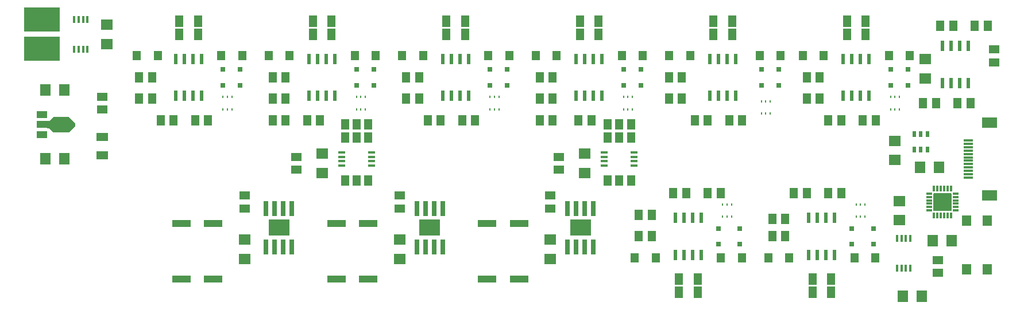
<source format=gbr>
G04 EAGLE Gerber RS-274X export*
G75*
%MOMM*%
%FSLAX34Y34*%
%LPD*%
%INSolderpaste Top*%
%IPPOS*%
%AMOC8*
5,1,8,0,0,1.08239X$1,22.5*%
G01*
%ADD10R,2.800000X1.000000*%
%ADD11R,1.600000X1.800000*%
%ADD12R,1.800000X1.600000*%
%ADD13R,1.400000X0.300000*%
%ADD14R,2.200000X1.600000*%
%ADD15R,1.200000X1.400000*%
%ADD16R,1.250000X1.750000*%
%ADD17R,1.750000X1.250000*%
%ADD18R,0.800000X0.800000*%
%ADD19R,1.300000X1.500000*%
%ADD20R,1.300000X1.600000*%
%ADD21R,1.600000X1.300000*%
%ADD22R,1.400000X1.600000*%
%ADD23R,0.600000X1.520000*%
%ADD24R,0.250000X0.450000*%
%ADD25R,1.500000X1.000000*%
%ADD26R,0.750000X2.200000*%
%ADD27R,3.100000X2.400000*%
%ADD28R,1.000000X0.400000*%
%ADD29R,0.400000X1.000000*%
%ADD30R,0.600000X0.900000*%
%ADD31C,0.130000*%
%ADD32R,0.850000X0.300000*%
%ADD33R,0.300000X0.850000*%
%ADD34R,5.250000X3.650000*%

G36*
X216842Y280473D02*
X216842Y280473D01*
X216884Y280471D01*
X216951Y280493D01*
X217021Y280505D01*
X217057Y280527D01*
X217098Y280540D01*
X217171Y280594D01*
X217214Y280620D01*
X217227Y280636D01*
X217248Y280652D01*
X226248Y289652D01*
X226273Y289686D01*
X226304Y289715D01*
X226336Y289778D01*
X226377Y289836D01*
X226387Y289877D01*
X226407Y289915D01*
X226420Y290004D01*
X226433Y290053D01*
X226430Y290074D01*
X226434Y290100D01*
X226434Y294100D01*
X226427Y294142D01*
X226429Y294184D01*
X226407Y294251D01*
X226395Y294321D01*
X226373Y294357D01*
X226360Y294398D01*
X226306Y294471D01*
X226280Y294514D01*
X226264Y294527D01*
X226248Y294548D01*
X217248Y303548D01*
X217214Y303573D01*
X217185Y303604D01*
X217122Y303636D01*
X217064Y303677D01*
X217023Y303687D01*
X216985Y303707D01*
X216896Y303720D01*
X216847Y303733D01*
X216826Y303730D01*
X216800Y303734D01*
X194800Y303734D01*
X194758Y303727D01*
X194716Y303729D01*
X194649Y303707D01*
X194579Y303695D01*
X194543Y303673D01*
X194502Y303660D01*
X194429Y303606D01*
X194386Y303580D01*
X194373Y303564D01*
X194352Y303548D01*
X188537Y297734D01*
X185800Y297734D01*
X185735Y297723D01*
X185669Y297721D01*
X185626Y297703D01*
X185579Y297695D01*
X185522Y297661D01*
X185462Y297636D01*
X185427Y297605D01*
X185386Y297580D01*
X185345Y297529D01*
X185296Y297485D01*
X185274Y297443D01*
X185245Y297406D01*
X185224Y297344D01*
X185193Y297285D01*
X185185Y297231D01*
X185173Y297194D01*
X185174Y297154D01*
X185166Y297100D01*
X185166Y287100D01*
X185177Y287035D01*
X185179Y286969D01*
X185197Y286926D01*
X185205Y286879D01*
X185239Y286822D01*
X185264Y286762D01*
X185295Y286727D01*
X185320Y286686D01*
X185371Y286645D01*
X185415Y286596D01*
X185457Y286574D01*
X185494Y286545D01*
X185556Y286524D01*
X185615Y286493D01*
X185669Y286485D01*
X185706Y286473D01*
X185746Y286474D01*
X185800Y286466D01*
X188537Y286466D01*
X194352Y280652D01*
X194386Y280627D01*
X194415Y280596D01*
X194478Y280564D01*
X194536Y280523D01*
X194577Y280513D01*
X194615Y280493D01*
X194704Y280480D01*
X194753Y280468D01*
X194774Y280470D01*
X194800Y280466D01*
X216800Y280466D01*
X216842Y280473D01*
G37*
D10*
X833750Y63500D03*
X880750Y63500D03*
D11*
X210850Y342900D03*
X182850Y342900D03*
D10*
X611500Y146050D03*
X658500Y146050D03*
X382900Y146050D03*
X429900Y146050D03*
D12*
X704850Y93950D03*
X704850Y121950D03*
X476250Y93950D03*
X476250Y121950D03*
X1435100Y268000D03*
X1435100Y240000D03*
D11*
X1471900Y228600D03*
X1499900Y228600D03*
X1446500Y38100D03*
X1474500Y38100D03*
D12*
X1441450Y151100D03*
X1441450Y179100D03*
X977900Y220950D03*
X977900Y248950D03*
X927100Y93950D03*
X927100Y121950D03*
X590550Y220950D03*
X590550Y248950D03*
X273050Y439450D03*
X273050Y411450D03*
D11*
X1490950Y120650D03*
X1518950Y120650D03*
D10*
X611500Y63500D03*
X658500Y63500D03*
X382900Y63500D03*
X429900Y63500D03*
X833750Y146050D03*
X880750Y146050D03*
D12*
X1479550Y388650D03*
X1479550Y360650D03*
D11*
X182850Y241300D03*
X210850Y241300D03*
D13*
X1543050Y213800D03*
X1543050Y218800D03*
X1543050Y223800D03*
X1543050Y228800D03*
X1543050Y233800D03*
X1543050Y238800D03*
X1543050Y243800D03*
X1543050Y248800D03*
X1543050Y253800D03*
X1543050Y258800D03*
X1543050Y263800D03*
X1543050Y268800D03*
D14*
X1574550Y187300D03*
X1574550Y295300D03*
D15*
X1178300Y95250D03*
X1209300Y95250D03*
X866400Y393700D03*
X835400Y393700D03*
X1329950Y393700D03*
X1298950Y393700D03*
X1456950Y393700D03*
X1425950Y393700D03*
X936250Y393700D03*
X905250Y393700D03*
X1063250Y393700D03*
X1032250Y393700D03*
X1133100Y393700D03*
X1102100Y393700D03*
X1266450Y393700D03*
X1235450Y393700D03*
D16*
X1313400Y63500D03*
X1340900Y63500D03*
X1313400Y44450D03*
X1340900Y44450D03*
X1116550Y63500D03*
X1144050Y63500D03*
D15*
X1051300Y95250D03*
X1082300Y95250D03*
D16*
X1116550Y44450D03*
X1144050Y44450D03*
X407450Y425450D03*
X379950Y425450D03*
X407450Y444500D03*
X379950Y444500D03*
X604300Y425450D03*
X576800Y425450D03*
X604300Y444500D03*
X576800Y444500D03*
X998000Y425450D03*
X970500Y425450D03*
X998000Y444500D03*
X970500Y444500D03*
X801150Y425450D03*
X773650Y425450D03*
X801150Y444500D03*
X773650Y444500D03*
X1194850Y444500D03*
X1167350Y444500D03*
D15*
X542550Y393700D03*
X511550Y393700D03*
D16*
X1194850Y425450D03*
X1167350Y425450D03*
X1391700Y444500D03*
X1364200Y444500D03*
X1391700Y425450D03*
X1364200Y425450D03*
D17*
X266700Y274100D03*
X266700Y246600D03*
D18*
X1206500Y115500D03*
X1206500Y138500D03*
X1174750Y115500D03*
X1174750Y138500D03*
X1403350Y115500D03*
X1403350Y138500D03*
X1371600Y115500D03*
X1371600Y138500D03*
X444500Y373450D03*
X444500Y350450D03*
X469900Y373450D03*
X469900Y350450D03*
D15*
X669550Y393700D03*
X638550Y393700D03*
D18*
X641350Y373450D03*
X641350Y350450D03*
X666750Y373450D03*
X666750Y350450D03*
X838200Y373450D03*
X838200Y350450D03*
X863600Y373450D03*
X863600Y350450D03*
X1035050Y373450D03*
X1035050Y350450D03*
X1060450Y373450D03*
X1060450Y350450D03*
X1238250Y373450D03*
X1238250Y350450D03*
X1263650Y373450D03*
X1263650Y350450D03*
X1428750Y373450D03*
X1428750Y350450D03*
X1454150Y373450D03*
X1454150Y350450D03*
D15*
X1248150Y95250D03*
X1279150Y95250D03*
X1375150Y95250D03*
X1406150Y95250D03*
X348240Y393700D03*
X317240Y393700D03*
X472700Y393700D03*
X441700Y393700D03*
X739400Y393700D03*
X708400Y393700D03*
D19*
X1045700Y209550D03*
X1028700Y209550D03*
X1011700Y209550D03*
X1045700Y273050D03*
X1028700Y273050D03*
X1011700Y273050D03*
X1045700Y292100D03*
X1028700Y292100D03*
X1011700Y292100D03*
X658350Y209550D03*
X641350Y209550D03*
X624350Y209550D03*
X658350Y273050D03*
X641350Y273050D03*
X624350Y273050D03*
X658350Y292100D03*
X641350Y292100D03*
X624350Y292100D03*
D20*
X1355700Y190500D03*
X1336700Y190500D03*
X815950Y298450D03*
X796950Y298450D03*
X733400Y330200D03*
X714400Y330200D03*
X733400Y361950D03*
X714400Y361950D03*
X911250Y298450D03*
X930250Y298450D03*
X987400Y298450D03*
X968400Y298450D03*
X911250Y330200D03*
X930250Y330200D03*
X911250Y361950D03*
X930250Y361950D03*
X1476400Y323850D03*
X1495400Y323850D03*
X1527200Y323850D03*
X1546200Y323850D03*
X1285900Y190500D03*
X1304900Y190500D03*
X1177900Y190500D03*
X1158900Y190500D03*
X1108100Y190500D03*
X1127100Y190500D03*
X1057300Y158750D03*
X1076300Y158750D03*
X1076300Y127000D03*
X1057300Y127000D03*
X320700Y361950D03*
X339700Y361950D03*
X320700Y330200D03*
X339700Y330200D03*
D21*
X939800Y225450D03*
X939800Y244450D03*
X552450Y225450D03*
X552450Y244450D03*
X476250Y168300D03*
X476250Y187300D03*
X927100Y168300D03*
X927100Y187300D03*
D20*
X1254150Y127000D03*
X1273150Y127000D03*
D21*
X704850Y168300D03*
X704850Y187300D03*
D20*
X1501800Y438150D03*
X1520800Y438150D03*
X1552600Y438150D03*
X1571600Y438150D03*
D21*
X1581150Y384200D03*
X1581150Y403200D03*
X266700Y314350D03*
X266700Y333350D03*
X1498600Y92050D03*
X1498600Y73050D03*
D20*
X517550Y361950D03*
X536550Y361950D03*
X517550Y330200D03*
X536550Y330200D03*
X1209650Y298450D03*
X1190650Y298450D03*
X1139850Y298450D03*
X1158850Y298450D03*
X1254150Y152400D03*
X1273150Y152400D03*
X1101750Y361950D03*
X1120750Y361950D03*
X1101750Y330200D03*
X1120750Y330200D03*
X1406500Y298450D03*
X1387500Y298450D03*
X1336700Y298450D03*
X1355700Y298450D03*
X1304950Y361950D03*
X1323950Y361950D03*
X1304950Y330200D03*
X1323950Y330200D03*
X352450Y298450D03*
X371450Y298450D03*
X422250Y298450D03*
X403250Y298450D03*
X517550Y298450D03*
X536550Y298450D03*
X587350Y298450D03*
X568350Y298450D03*
X746150Y298450D03*
X765150Y298450D03*
D22*
X1570750Y78300D03*
X1570750Y150300D03*
X1540750Y78300D03*
X1540750Y150300D03*
D23*
X1136650Y154250D03*
X1136650Y99750D03*
X1149350Y154250D03*
X1123950Y154250D03*
X1111250Y154250D03*
X1149350Y99750D03*
X1123950Y99750D03*
X1111250Y99750D03*
D24*
X851050Y333100D03*
X844550Y333100D03*
X838050Y333100D03*
X838050Y314600D03*
X844550Y314600D03*
X851050Y314600D03*
D23*
X977900Y334700D03*
X977900Y389200D03*
X965200Y334700D03*
X990600Y334700D03*
X1003300Y334700D03*
X965200Y389200D03*
X990600Y389200D03*
X1003300Y389200D03*
D24*
X1047900Y333100D03*
X1041400Y333100D03*
X1034900Y333100D03*
X1034900Y314600D03*
X1041400Y314600D03*
X1047900Y314600D03*
D23*
X1174750Y334700D03*
X1174750Y389200D03*
X1162050Y334700D03*
X1187450Y334700D03*
X1200150Y334700D03*
X1162050Y389200D03*
X1187450Y389200D03*
X1200150Y389200D03*
D24*
X1251100Y326750D03*
X1244600Y326750D03*
X1238100Y326750D03*
X1238100Y308250D03*
X1244600Y308250D03*
X1251100Y308250D03*
D23*
X1371600Y334700D03*
X1371600Y389200D03*
X1358900Y334700D03*
X1384300Y334700D03*
X1397000Y334700D03*
X1358900Y389200D03*
X1384300Y389200D03*
X1397000Y389200D03*
D24*
X1441600Y333100D03*
X1435100Y333100D03*
X1428600Y333100D03*
X1428600Y314600D03*
X1435100Y314600D03*
X1441600Y314600D03*
D25*
X177800Y307100D03*
X177800Y277100D03*
X177800Y292100D03*
D24*
X1193950Y174350D03*
X1187450Y174350D03*
X1180950Y174350D03*
X1180950Y155850D03*
X1187450Y155850D03*
X1193950Y155850D03*
D23*
X1320800Y99750D03*
X1320800Y154250D03*
X1308100Y99750D03*
X1333500Y99750D03*
X1346200Y99750D03*
X1308100Y154250D03*
X1333500Y154250D03*
X1346200Y154250D03*
D24*
X1390800Y174350D03*
X1384300Y174350D03*
X1377800Y174350D03*
X1377800Y155850D03*
X1384300Y155850D03*
X1390800Y155850D03*
D23*
X387350Y334700D03*
X387350Y389200D03*
X374650Y334700D03*
X400050Y334700D03*
X412750Y334700D03*
X374650Y389200D03*
X400050Y389200D03*
X412750Y389200D03*
D24*
X457350Y333100D03*
X450850Y333100D03*
X444350Y333100D03*
X444350Y314600D03*
X450850Y314600D03*
X457350Y314600D03*
D23*
X584200Y334700D03*
X584200Y389200D03*
X571500Y334700D03*
X596900Y334700D03*
X609600Y334700D03*
X571500Y389200D03*
X596900Y389200D03*
X609600Y389200D03*
D24*
X654200Y333100D03*
X647700Y333100D03*
X641200Y333100D03*
X641200Y314600D03*
X647700Y314600D03*
X654200Y314600D03*
D23*
X781050Y334700D03*
X781050Y389200D03*
X768350Y334700D03*
X793750Y334700D03*
X806450Y334700D03*
X768350Y389200D03*
X793750Y389200D03*
X806450Y389200D03*
D26*
X990250Y168450D03*
X977550Y168450D03*
X964850Y168450D03*
X952150Y168450D03*
X952150Y110940D03*
X964850Y110950D03*
X977550Y110950D03*
X990250Y110950D03*
D27*
X971550Y139700D03*
D28*
X663350Y231550D03*
X663350Y238050D03*
X663350Y244550D03*
X663350Y251050D03*
X619350Y251050D03*
X619350Y244550D03*
X619350Y238050D03*
X619350Y231550D03*
D29*
X225200Y403450D03*
X231700Y403450D03*
X238200Y403450D03*
X244700Y403450D03*
X244700Y447450D03*
X238200Y447450D03*
X231700Y447450D03*
X225200Y447450D03*
D23*
X1517650Y353750D03*
X1517650Y408250D03*
X1504950Y353750D03*
X1530350Y353750D03*
X1543050Y353750D03*
X1504950Y408250D03*
X1530350Y408250D03*
X1543050Y408250D03*
D30*
X1463700Y255200D03*
X1473200Y255200D03*
X1482700Y255200D03*
X1482700Y278200D03*
X1473200Y278200D03*
X1463700Y278200D03*
D31*
X1517300Y190150D02*
X1517300Y165450D01*
X1492600Y165450D01*
X1492600Y190150D01*
X1517300Y190150D01*
X1517300Y166685D02*
X1492600Y166685D01*
X1492600Y167920D02*
X1517300Y167920D01*
X1517300Y169155D02*
X1492600Y169155D01*
X1492600Y170390D02*
X1517300Y170390D01*
X1517300Y171625D02*
X1492600Y171625D01*
X1492600Y172860D02*
X1517300Y172860D01*
X1517300Y174095D02*
X1492600Y174095D01*
X1492600Y175330D02*
X1517300Y175330D01*
X1517300Y176565D02*
X1492600Y176565D01*
X1492600Y177800D02*
X1517300Y177800D01*
X1517300Y179035D02*
X1492600Y179035D01*
X1492600Y180270D02*
X1517300Y180270D01*
X1517300Y181505D02*
X1492600Y181505D01*
X1492600Y182740D02*
X1517300Y182740D01*
X1517300Y183975D02*
X1492600Y183975D01*
X1492600Y185210D02*
X1517300Y185210D01*
X1517300Y186445D02*
X1492600Y186445D01*
X1492600Y187680D02*
X1517300Y187680D01*
X1517300Y188915D02*
X1492600Y188915D01*
X1492600Y190150D02*
X1517300Y190150D01*
D32*
X1485450Y190300D03*
X1485450Y185300D03*
X1485450Y180300D03*
X1485450Y175300D03*
X1485450Y170300D03*
X1485450Y165300D03*
D33*
X1492450Y158300D03*
X1497450Y158300D03*
X1502450Y158300D03*
X1507450Y158300D03*
X1512450Y158300D03*
X1517450Y158300D03*
D32*
X1524450Y165300D03*
X1524450Y170300D03*
X1524450Y175300D03*
X1524450Y180300D03*
X1524450Y185300D03*
X1524450Y190300D03*
D33*
X1517450Y197300D03*
X1512450Y197300D03*
X1507450Y197300D03*
X1502450Y197300D03*
X1497450Y197300D03*
X1492450Y197300D03*
D26*
X768000Y168450D03*
X755300Y168450D03*
X742600Y168450D03*
X729900Y168450D03*
X729900Y110940D03*
X742600Y110950D03*
X755300Y110950D03*
X768000Y110950D03*
D27*
X749300Y139700D03*
D26*
X545750Y168450D03*
X533050Y168450D03*
X520350Y168450D03*
X507650Y168450D03*
X507650Y110940D03*
X520350Y110950D03*
X533050Y110950D03*
X545750Y110950D03*
D27*
X527050Y139700D03*
D29*
X1438050Y79600D03*
X1444550Y79600D03*
X1451050Y79600D03*
X1457550Y79600D03*
X1457550Y123600D03*
X1451050Y123600D03*
X1444550Y123600D03*
X1438050Y123600D03*
D28*
X1050700Y231550D03*
X1050700Y238050D03*
X1050700Y244550D03*
X1050700Y251050D03*
X1006700Y251050D03*
X1006700Y244550D03*
X1006700Y238050D03*
X1006700Y231550D03*
D34*
X177800Y447050D03*
X177800Y403850D03*
M02*

</source>
